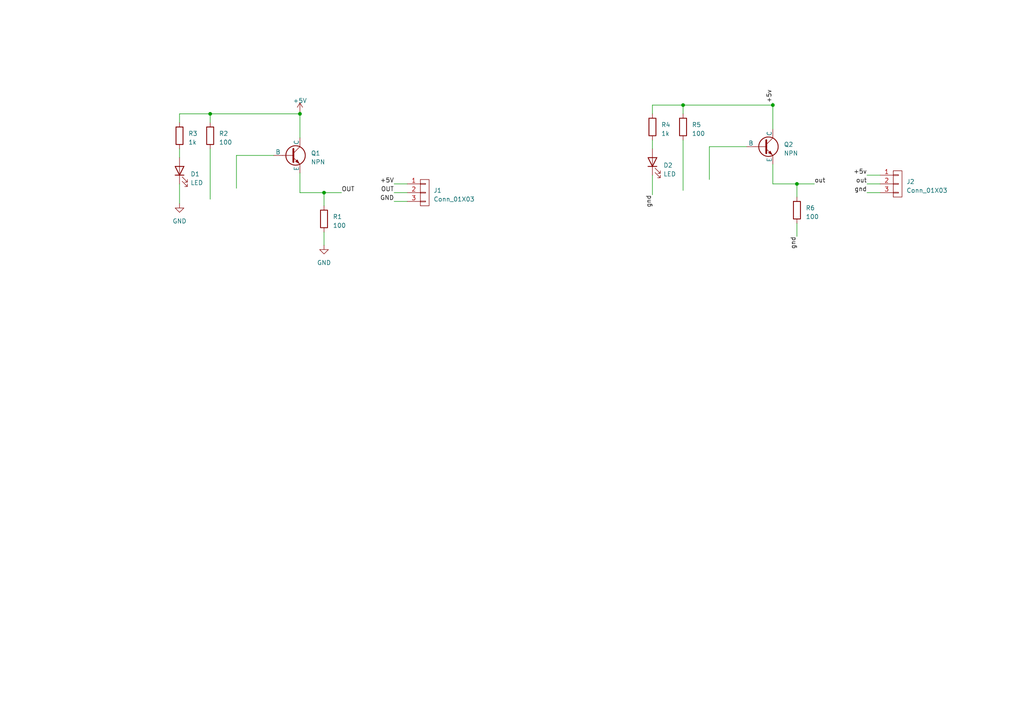
<source format=kicad_sch>
(kicad_sch (version 20230121) (generator eeschema)
  (paper "A4")
  (lib_symbols
    (symbol "Device:LED" (pin_numbers hide) (pin_names (offset 1.016) hide)
      (property "Reference" "D" (at 0 2.54 0))
      (property "Value" "LED" (at 0 -2.54 0))
      (symbol "LED_0_1"
        (polyline (pts (xy -1.27 -1.27) (xy -1.27 1.27)) (stroke (width 0.254)))
        (polyline (pts (xy -1.27 0) (xy 1.27 0)))
        (polyline (pts (xy 1.27 -1.27) (xy 1.27 1.27) (xy -1.27 0) (xy 1.27 -1.27)) (stroke (width 0.254)))
        (polyline (pts (xy -3.048 -0.762) (xy -4.572 -2.286) (xy -3.81 -2.286) (xy -4.572 -2.286) (xy -4.572 -1.524)))
        (polyline (pts (xy -1.778 -0.762) (xy -3.302 -2.286) (xy -2.54 -2.286) (xy -3.302 -2.286) (xy -3.302 -1.524)))
      )
      (symbol "LED_1_1"
        (pin passive line (at -3.81 0 0) (length 2.54) (name "K") (number "1"))
        (pin passive line (at 3.81 0 180) (length 2.54) (name "A") (number "2"))
      )
    )
    (symbol "Device:R" (pin_numbers hide) (pin_names (offset 0))
      (property "Reference" "R" (at 2.032 0 90))
      (property "Value" "R" (at 0 0 90))
      (symbol "R_0_1"
        (rectangle (start -1.016 -2.54) (end 1.016 2.54) (stroke (width 0.254)))
      )
      (symbol "R_1_1"
        (pin passive line (at 0 3.81 270) (length 1.27) (name "~") (number "1"))
        (pin passive line (at 0 -3.81 90) (length 1.27) (name "~") (number "2"))
      )
    )
    (symbol "EESTN5:Conn_01X03" (pin_names (offset 1.016) hide)
      (property "Reference" "J" (at 0 5.08 0))
      (property "Value" "Conn_01X03" (at 0 -5.08 0))
      (symbol "Conn_01X03_0_1"
        (rectangle (start -1.27 -2.413) (end 0.254 -2.667))
        (rectangle (start -1.27 0.127) (end 0.254 -0.127))
        (rectangle (start -1.27 2.667) (end 0.254 2.413))
        (rectangle (start -1.27 3.81) (end 1.27 -3.81))
      )
      (symbol "Conn_01X03_1_1"
        (pin passive line (at -5.08 2.54 0) (length 3.81) (name "P1") (number "1"))
        (pin passive line (at -5.08 0 0) (length 3.81) (name "P2") (number "2"))
        (pin passive line (at -5.08 -2.54 0) (length 3.81) (name "P3") (number "3"))
      )
    )
    (symbol "Simulation_SPICE:NPN" (pin_numbers hide) (pin_names (offset 0))
      (property "Reference" "Q" (at -2.54 7.62 0))
      (property "Value" "NPN" (at -2.54 5.08 0))
      (symbol "NPN_0_1"
        (polyline (pts (xy -2.54 0) (xy 0.635 0)) (stroke (width 0.1524)))
        (polyline (pts (xy 0.635 0.635) (xy 2.54 2.54)))
        (polyline (pts (xy 2.794 -1.27) (xy 2.794 -1.27)) (stroke (width 0.1524)))
        (polyline (pts (xy 2.794 -1.27) (xy 2.794 -1.27)) (stroke (width 0.1524)))
        (polyline (pts (xy 0.635 -0.635) (xy 2.54 -2.54) (xy 2.54 -2.54)))
        (polyline (pts (xy 0.635 1.905) (xy 0.635 -1.905) (xy 0.635 -1.905)) (stroke (width 0.508)))
        (polyline (pts (xy 1.27 -1.778) (xy 1.778 -1.27) (xy 2.286 -2.286) (xy 1.27 -1.778) (xy 1.27 -1.778)) (fill (type outline)))
        (circle (center 1.27 0) (radius 2.8194) (stroke (width 0.254)))
      )
      (symbol "NPN_1_1"
        (pin open_collector line (at 2.54 5.08 270) (length 2.54) (name "C") (number "1"))
        (pin input line (at -5.08 0 0) (length 2.54) (name "B") (number "2"))
        (pin open_emitter line (at 2.54 -5.08 90) (length 2.54) (name "E") (number "3"))
      )
    )
    (symbol "power:+5V" (power) (pin_names (offset 0))
      (property "Value" "+5V" (at 0 3.556 0))
      (symbol "+5V_0_1"
        (polyline (pts (xy -0.762 1.27) (xy 0 2.54)))
        (polyline (pts (xy 0 0) (xy 0 2.54)))
        (polyline (pts (xy 0 2.54) (xy 0.762 1.27)))
      )
      (symbol "+5V_1_1"
        (pin power_in line (at 0 0 90) (length 0) hide (name "+5V") (number "1"))
      )
    )
    (symbol "power:GND" (power) (pin_names (offset 0))
      (property "Value" "GND" (at 0 -3.81 0))
      (symbol "GND_0_1"
        (polyline (pts (xy 0 0) (xy 0 -1.27) (xy 1.27 -1.27) (xy 0 -2.54) (xy -1.27 -1.27) (xy 0 -1.27)))
      )
      (symbol "GND_1_1"
        (pin power_in line (at 0 0 270) (length 0) hide (name "GND") (number "1"))
      )
    )
  )
  (junction (at 224.155 30.48))
  (junction (at 231.14 53.34))
  (junction (at 198.12 30.48))
  (junction (at 60.96 33.02))
  (junction (at 86.995 33.02))
  (junction (at 93.98 55.88))
  (wire (pts (xy 251.46 53.34) (xy 255.27 53.34)))
  (wire (pts (xy 114.3 55.88) (xy 118.11 55.88)))
  (wire (pts (xy 86.995 50.165) (xy 86.995 55.88)))
  (wire (pts (xy 198.12 40.64) (xy 198.12 55.245)))
  (wire (pts (xy 86.995 55.88) (xy 93.98 55.88)))
  (wire (pts (xy 189.23 33.02) (xy 189.23 30.48)))
  (wire (pts (xy 86.995 32.385) (xy 86.995 33.02)))
  (wire (pts (xy 79.375 45.085) (xy 68.58 45.085)))
  (wire (pts (xy 251.46 50.8) (xy 255.27 50.8)))
  (wire (pts (xy 114.3 53.34) (xy 118.11 53.34)))
  (wire (pts (xy 189.23 50.8) (xy 189.23 56.515)))
  (wire (pts (xy 86.995 33.02) (xy 86.995 40.005)))
  (wire (pts (xy 231.14 53.34) (xy 231.14 57.15)))
  (wire (pts (xy 60.96 33.02) (xy 60.96 35.56)))
  (wire (pts (xy 93.98 55.88) (xy 93.98 59.69)))
  (wire (pts (xy 93.98 55.88) (xy 99.06 55.88)))
  (wire (pts (xy 189.23 40.64) (xy 189.23 43.18)))
  (wire (pts (xy 60.96 43.18) (xy 60.96 57.785)))
  (wire (pts (xy 205.74 42.545) (xy 205.74 52.07)))
  (wire (pts (xy 224.155 29.845) (xy 224.155 30.48)))
  (wire (pts (xy 224.155 30.48) (xy 224.155 37.465)))
  (wire (pts (xy 114.3 58.42) (xy 118.11 58.42)))
  (wire (pts (xy 52.07 53.34) (xy 52.07 59.055)))
  (wire (pts (xy 231.14 64.77) (xy 231.14 68.58)))
  (wire (pts (xy 216.535 42.545) (xy 205.74 42.545)))
  (wire (pts (xy 231.14 53.34) (xy 236.22 53.34)))
  (wire (pts (xy 224.155 47.625) (xy 224.155 53.34)))
  (wire (pts (xy 189.23 30.48) (xy 198.12 30.48)))
  (wire (pts (xy 52.07 35.56) (xy 52.07 33.02)))
  (wire (pts (xy 93.98 67.31) (xy 93.98 71.12)))
  (wire (pts (xy 60.96 33.02) (xy 86.995 33.02)))
  (wire (pts (xy 68.58 45.085) (xy 68.58 54.61)))
  (wire (pts (xy 198.12 30.48) (xy 224.155 30.48)))
  (wire (pts (xy 198.12 30.48) (xy 198.12 33.02)))
  (wire (pts (xy 52.07 33.02) (xy 60.96 33.02)))
  (wire (pts (xy 224.155 53.34) (xy 231.14 53.34)))
  (wire (pts (xy 52.07 43.18) (xy 52.07 45.72)))
  (wire (pts (xy 251.46 55.88) (xy 255.27 55.88)))
  (label "+5v" (at 224.155 29.845 90))
  (label "out" (at 236.22 53.34 0))
  (label "gnd" (at 189.23 56.515 270))
  (label "out" (at 251.46 53.34 180))
  (label "OUT" (at 114.3 55.88 180))
  (label "GND" (at 114.3 58.42 180))
  (label "OUT" (at 99.06 55.88 0))
  (label "gnd" (at 251.46 55.88 180))
  (label "gnd" (at 231.14 68.58 270))
  (label "+5v" (at 251.46 50.8 180))
  (label "+5V" (at 114.3 53.34 180))
  (symbol (lib_id "power:+5V") (at 86.995 32.385 0) (unit 1)
    (property "Reference" "#PWR01" (effects hide))
    (property "Value" "+5V" (at 86.995 29.21 0))
  )
  (symbol (lib_id "Device:LED") (at 189.23 46.99 90) (unit 1)
    (property "Reference" "D2" (at 192.405 47.9425 90) (effects (justify right)))
    (property "Value" "LED" (at 192.405 50.4825 90) (effects (justify right)))
    (property "Footprint" "LED_SMD:LED_1206_3216Metric_Pad1.42x1.75mm_HandSolder" (effects hide))
  )
  (symbol (lib_id "Device:R") (at 231.14 60.96 0) (unit 1)
    (property "Reference" "R6" (at 233.68 60.325 0) (effects (justify left)))
    (property "Value" "100" (at 233.68 62.865 0) (effects (justify left)))
    (property "Footprint" "EESTN5:R_1206" (effects hide))
  )
  (symbol (lib_id "Simulation_SPICE:NPN") (at 84.455 45.085 0) (unit 1)
    (property "Reference" "Q1" (at 90.17 44.45 0) (effects (justify left)))
    (property "Value" "NPN" (at 90.17 46.99 0) (effects (justify left)))
    (property "Footprint" "EESTN5:to220" (effects hide))
    (property "Sim.Device" "NPN" (effects hide))
    (property "Sim.Type" "GUMMELPOON" (effects hide))
    (property "Sim.Pins" "1=C 2=B 3=E" (effects hide))
  )
  (symbol (lib_id "Simulation_SPICE:NPN") (at 221.615 42.545 0) (unit 1)
    (property "Reference" "Q2" (at 227.33 41.91 0) (effects (justify left)))
    (property "Value" "NPN" (at 227.33 44.45 0) (effects (justify left)))
    (property "Footprint" "EESTN5:SOT23" (effects hide))
    (property "Sim.Device" "NPN" (effects hide))
    (property "Sim.Type" "GUMMELPOON" (effects hide))
    (property "Sim.Pins" "1=C 2=B 3=E" (effects hide))
  )
  (symbol (lib_id "power:GND") (at 93.98 71.12 0) (unit 1)
    (property "Reference" "#PWR03" (effects hide))
    (property "Value" "GND" (at 93.98 76.2 0))
  )
  (symbol (lib_id "Device:R") (at 52.07 39.37 0) (unit 1)
    (property "Reference" "R3" (at 54.61 38.735 0) (effects (justify left)))
    (property "Value" "1k" (at 54.61 41.275 0) (effects (justify left)))
    (property "Footprint" "EESTN5:RES0.3" (effects hide))
  )
  (symbol (lib_id "EESTN5:Conn_01X03") (at 260.35 53.34 0) (unit 1)
    (property "Reference" "J2" (at 262.89 52.705 0) (effects (justify left)))
    (property "Value" "Conn_01X03" (at 262.89 55.245 0) (effects (justify left)))
    (property "Footprint" "EESTN5:Pin_Header_3" (effects hide))
  )
  (symbol (lib_id "Device:R") (at 189.23 36.83 0) (unit 1)
    (property "Reference" "R4" (at 191.77 36.195 0) (effects (justify left)))
    (property "Value" "1k" (at 191.77 38.735 0) (effects (justify left)))
    (property "Footprint" "EESTN5:R_1206" (effects hide))
  )
  (symbol (lib_id "Device:R") (at 93.98 63.5 0) (unit 1)
    (property "Reference" "R1" (at 96.52 62.865 0) (effects (justify left)))
    (property "Value" "100" (at 96.52 65.405 0) (effects (justify left)))
    (property "Footprint" "EESTN5:RES0.3" (effects hide))
  )
  (symbol (lib_id "Device:LED") (at 52.07 49.53 90) (unit 1)
    (property "Reference" "D1" (at 55.245 50.4825 90) (effects (justify right)))
    (property "Value" "LED" (at 55.245 53.0225 90) (effects (justify right)))
    (property "Footprint" "EESTN5:led_5mm_red" (effects hide))
  )
  (symbol (lib_id "power:GND") (at 52.07 59.055 0) (unit 1)
    (property "Reference" "#PWR02" (effects hide))
    (property "Value" "GND" (at 52.07 64.135 0))
  )
  (symbol (lib_id "Device:R") (at 198.12 36.83 0) (unit 1)
    (property "Reference" "R5" (at 200.66 36.195 0) (effects (justify left)))
    (property "Value" "100" (at 200.66 38.735 0) (effects (justify left)))
    (property "Footprint" "EESTN5:R_1206" (effects hide))
  )
  (symbol (lib_id "Device:R") (at 60.96 39.37 0) (unit 1)
    (property "Reference" "R2" (at 63.5 38.735 0) (effects (justify left)))
    (property "Value" "100" (at 63.5 41.275 0) (effects (justify left)))
    (property "Footprint" "EESTN5:RES0.3" (effects hide))
  )
  (symbol (lib_id "EESTN5:Conn_01X03") (at 123.19 55.88 0) (unit 1)
    (property "Reference" "J1" (at 125.73 55.245 0) (effects (justify left)))
    (property "Value" "Conn_01X03" (at 125.73 57.785 0) (effects (justify left)))
    (property "Footprint" "EESTN5:Pin_Header_3" (effects hide))
  )
)
</source>
